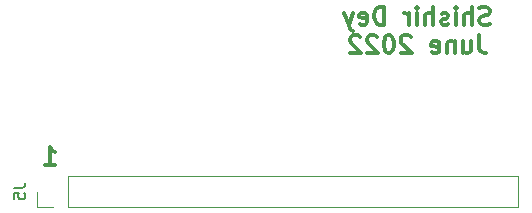
<source format=gbr>
%TF.GenerationSoftware,KiCad,Pcbnew,(6.0.5)*%
%TF.CreationDate,2022-06-13T21:30:09+05:30*%
%TF.ProjectId,pcb-dev-dsPIC30F3011,7063622d-6465-4762-9d64-735049433330,rev?*%
%TF.SameCoordinates,Original*%
%TF.FileFunction,Legend,Bot*%
%TF.FilePolarity,Positive*%
%FSLAX46Y46*%
G04 Gerber Fmt 4.6, Leading zero omitted, Abs format (unit mm)*
G04 Created by KiCad (PCBNEW (6.0.5)) date 2022-06-13 21:30:09*
%MOMM*%
%LPD*%
G01*
G04 APERTURE LIST*
%ADD10C,0.300000*%
%ADD11C,0.150000*%
%ADD12C,0.120000*%
G04 APERTURE END LIST*
D10*
X127046428Y-139738571D02*
X127903571Y-139738571D01*
X127475000Y-139738571D02*
X127475000Y-138238571D01*
X127617857Y-138452857D01*
X127760714Y-138595714D01*
X127903571Y-138667142D01*
X164707142Y-127799642D02*
X164492857Y-127871071D01*
X164135714Y-127871071D01*
X163992857Y-127799642D01*
X163921428Y-127728214D01*
X163850000Y-127585357D01*
X163850000Y-127442500D01*
X163921428Y-127299642D01*
X163992857Y-127228214D01*
X164135714Y-127156785D01*
X164421428Y-127085357D01*
X164564285Y-127013928D01*
X164635714Y-126942500D01*
X164707142Y-126799642D01*
X164707142Y-126656785D01*
X164635714Y-126513928D01*
X164564285Y-126442500D01*
X164421428Y-126371071D01*
X164064285Y-126371071D01*
X163850000Y-126442500D01*
X163207142Y-127871071D02*
X163207142Y-126371071D01*
X162564285Y-127871071D02*
X162564285Y-127085357D01*
X162635714Y-126942500D01*
X162778571Y-126871071D01*
X162992857Y-126871071D01*
X163135714Y-126942500D01*
X163207142Y-127013928D01*
X161850000Y-127871071D02*
X161850000Y-126871071D01*
X161850000Y-126371071D02*
X161921428Y-126442500D01*
X161850000Y-126513928D01*
X161778571Y-126442500D01*
X161850000Y-126371071D01*
X161850000Y-126513928D01*
X161207142Y-127799642D02*
X161064285Y-127871071D01*
X160778571Y-127871071D01*
X160635714Y-127799642D01*
X160564285Y-127656785D01*
X160564285Y-127585357D01*
X160635714Y-127442500D01*
X160778571Y-127371071D01*
X160992857Y-127371071D01*
X161135714Y-127299642D01*
X161207142Y-127156785D01*
X161207142Y-127085357D01*
X161135714Y-126942500D01*
X160992857Y-126871071D01*
X160778571Y-126871071D01*
X160635714Y-126942500D01*
X159921428Y-127871071D02*
X159921428Y-126371071D01*
X159278571Y-127871071D02*
X159278571Y-127085357D01*
X159350000Y-126942500D01*
X159492857Y-126871071D01*
X159707142Y-126871071D01*
X159850000Y-126942500D01*
X159921428Y-127013928D01*
X158564285Y-127871071D02*
X158564285Y-126871071D01*
X158564285Y-126371071D02*
X158635714Y-126442500D01*
X158564285Y-126513928D01*
X158492857Y-126442500D01*
X158564285Y-126371071D01*
X158564285Y-126513928D01*
X157850000Y-127871071D02*
X157850000Y-126871071D01*
X157850000Y-127156785D02*
X157778571Y-127013928D01*
X157707142Y-126942500D01*
X157564285Y-126871071D01*
X157421428Y-126871071D01*
X155778571Y-127871071D02*
X155778571Y-126371071D01*
X155421428Y-126371071D01*
X155207142Y-126442500D01*
X155064285Y-126585357D01*
X154992857Y-126728214D01*
X154921428Y-127013928D01*
X154921428Y-127228214D01*
X154992857Y-127513928D01*
X155064285Y-127656785D01*
X155207142Y-127799642D01*
X155421428Y-127871071D01*
X155778571Y-127871071D01*
X153707142Y-127799642D02*
X153850000Y-127871071D01*
X154135714Y-127871071D01*
X154278571Y-127799642D01*
X154350000Y-127656785D01*
X154350000Y-127085357D01*
X154278571Y-126942500D01*
X154135714Y-126871071D01*
X153850000Y-126871071D01*
X153707142Y-126942500D01*
X153635714Y-127085357D01*
X153635714Y-127228214D01*
X154350000Y-127371071D01*
X153135714Y-126871071D02*
X152778571Y-127871071D01*
X152421428Y-126871071D02*
X152778571Y-127871071D01*
X152921428Y-128228214D01*
X152992857Y-128299642D01*
X153135714Y-128371071D01*
X163814285Y-128786071D02*
X163814285Y-129857500D01*
X163885714Y-130071785D01*
X164028571Y-130214642D01*
X164242857Y-130286071D01*
X164385714Y-130286071D01*
X162457142Y-129286071D02*
X162457142Y-130286071D01*
X163100000Y-129286071D02*
X163100000Y-130071785D01*
X163028571Y-130214642D01*
X162885714Y-130286071D01*
X162671428Y-130286071D01*
X162528571Y-130214642D01*
X162457142Y-130143214D01*
X161742857Y-129286071D02*
X161742857Y-130286071D01*
X161742857Y-129428928D02*
X161671428Y-129357500D01*
X161528571Y-129286071D01*
X161314285Y-129286071D01*
X161171428Y-129357500D01*
X161100000Y-129500357D01*
X161100000Y-130286071D01*
X159814285Y-130214642D02*
X159957142Y-130286071D01*
X160242857Y-130286071D01*
X160385714Y-130214642D01*
X160457142Y-130071785D01*
X160457142Y-129500357D01*
X160385714Y-129357500D01*
X160242857Y-129286071D01*
X159957142Y-129286071D01*
X159814285Y-129357500D01*
X159742857Y-129500357D01*
X159742857Y-129643214D01*
X160457142Y-129786071D01*
X158028571Y-128928928D02*
X157957142Y-128857500D01*
X157814285Y-128786071D01*
X157457142Y-128786071D01*
X157314285Y-128857500D01*
X157242857Y-128928928D01*
X157171428Y-129071785D01*
X157171428Y-129214642D01*
X157242857Y-129428928D01*
X158100000Y-130286071D01*
X157171428Y-130286071D01*
X156242857Y-128786071D02*
X156100000Y-128786071D01*
X155957142Y-128857500D01*
X155885714Y-128928928D01*
X155814285Y-129071785D01*
X155742857Y-129357500D01*
X155742857Y-129714642D01*
X155814285Y-130000357D01*
X155885714Y-130143214D01*
X155957142Y-130214642D01*
X156100000Y-130286071D01*
X156242857Y-130286071D01*
X156385714Y-130214642D01*
X156457142Y-130143214D01*
X156528571Y-130000357D01*
X156600000Y-129714642D01*
X156600000Y-129357500D01*
X156528571Y-129071785D01*
X156457142Y-128928928D01*
X156385714Y-128857500D01*
X156242857Y-128786071D01*
X155171428Y-128928928D02*
X155100000Y-128857500D01*
X154957142Y-128786071D01*
X154600000Y-128786071D01*
X154457142Y-128857500D01*
X154385714Y-128928928D01*
X154314285Y-129071785D01*
X154314285Y-129214642D01*
X154385714Y-129428928D01*
X155242857Y-130286071D01*
X154314285Y-130286071D01*
X153742857Y-128928928D02*
X153671428Y-128857500D01*
X153528571Y-128786071D01*
X153171428Y-128786071D01*
X153028571Y-128857500D01*
X152957142Y-128928928D01*
X152885714Y-129071785D01*
X152885714Y-129214642D01*
X152957142Y-129428928D01*
X153814285Y-130286071D01*
X152885714Y-130286071D01*
D11*
%TO.C,J5*%
X124402380Y-141666666D02*
X125116666Y-141666666D01*
X125259523Y-141619047D01*
X125354761Y-141523809D01*
X125402380Y-141380952D01*
X125402380Y-141285714D01*
X124402380Y-142619047D02*
X124402380Y-142142857D01*
X124878571Y-142095238D01*
X124830952Y-142142857D01*
X124783333Y-142238095D01*
X124783333Y-142476190D01*
X124830952Y-142571428D01*
X124878571Y-142619047D01*
X124973809Y-142666666D01*
X125211904Y-142666666D01*
X125307142Y-142619047D01*
X125354761Y-142571428D01*
X125402380Y-142476190D01*
X125402380Y-142238095D01*
X125354761Y-142142857D01*
X125307142Y-142095238D01*
D12*
X126390000Y-143330000D02*
X127720000Y-143330000D01*
X128990000Y-143330000D02*
X167150000Y-143330000D01*
X128990000Y-140670000D02*
X128990000Y-143330000D01*
X167150000Y-140670000D02*
X167150000Y-143330000D01*
X126390000Y-142000000D02*
X126390000Y-143330000D01*
X128990000Y-140670000D02*
X167150000Y-140670000D01*
%TD*%
M02*

</source>
